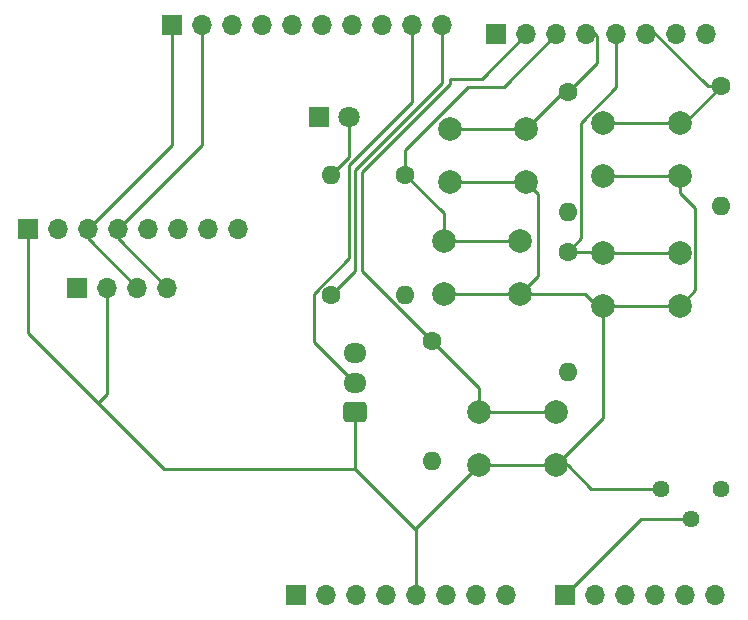
<source format=gbr>
%TF.GenerationSoftware,KiCad,Pcbnew,8.0.8*%
%TF.CreationDate,2025-02-03T16:01:42-07:00*%
%TF.ProjectId,MicroProcess_PhaseB_thermo_uno,4d696372-6f50-4726-9f63-6573735f5068,rev?*%
%TF.SameCoordinates,Original*%
%TF.FileFunction,Copper,L1,Top*%
%TF.FilePolarity,Positive*%
%FSLAX46Y46*%
G04 Gerber Fmt 4.6, Leading zero omitted, Abs format (unit mm)*
G04 Created by KiCad (PCBNEW 8.0.8) date 2025-02-03 16:01:42*
%MOMM*%
%LPD*%
G01*
G04 APERTURE LIST*
G04 Aperture macros list*
%AMRoundRect*
0 Rectangle with rounded corners*
0 $1 Rounding radius*
0 $2 $3 $4 $5 $6 $7 $8 $9 X,Y pos of 4 corners*
0 Add a 4 corners polygon primitive as box body*
4,1,4,$2,$3,$4,$5,$6,$7,$8,$9,$2,$3,0*
0 Add four circle primitives for the rounded corners*
1,1,$1+$1,$2,$3*
1,1,$1+$1,$4,$5*
1,1,$1+$1,$6,$7*
1,1,$1+$1,$8,$9*
0 Add four rect primitives between the rounded corners*
20,1,$1+$1,$2,$3,$4,$5,0*
20,1,$1+$1,$4,$5,$6,$7,0*
20,1,$1+$1,$6,$7,$8,$9,0*
20,1,$1+$1,$8,$9,$2,$3,0*%
G04 Aperture macros list end*
%TA.AperFunction,ComponentPad*%
%ADD10R,1.700000X1.700000*%
%TD*%
%TA.AperFunction,ComponentPad*%
%ADD11O,1.700000X1.700000*%
%TD*%
%TA.AperFunction,ComponentPad*%
%ADD12R,1.800000X1.800000*%
%TD*%
%TA.AperFunction,ComponentPad*%
%ADD13C,1.800000*%
%TD*%
%TA.AperFunction,ComponentPad*%
%ADD14RoundRect,0.250000X0.725000X-0.600000X0.725000X0.600000X-0.725000X0.600000X-0.725000X-0.600000X0*%
%TD*%
%TA.AperFunction,ComponentPad*%
%ADD15O,1.950000X1.700000*%
%TD*%
%TA.AperFunction,ComponentPad*%
%ADD16C,2.000000*%
%TD*%
%TA.AperFunction,ComponentPad*%
%ADD17C,1.600000*%
%TD*%
%TA.AperFunction,ComponentPad*%
%ADD18O,1.600000X1.600000*%
%TD*%
%TA.AperFunction,ComponentPad*%
%ADD19C,1.440000*%
%TD*%
%TA.AperFunction,Conductor*%
%ADD20C,0.250000*%
%TD*%
G04 APERTURE END LIST*
D10*
%TO.P,J1,1,Pin_1*%
%TO.N,unconnected-(J1-Pin_1-Pad1)*%
X128000000Y-97500000D03*
D11*
%TO.P,J1,2,Pin_2*%
%TO.N,/IOREF*%
X130540000Y-97500000D03*
%TO.P,J1,3,Pin_3*%
%TO.N,/~{RESET}*%
X133080000Y-97500000D03*
%TO.P,J1,4,Pin_4*%
%TO.N,+3V3*%
X135620000Y-97500000D03*
%TO.P,J1,5,Pin_5*%
%TO.N,+5V*%
X138160000Y-97500000D03*
%TO.P,J1,6,Pin_6*%
%TO.N,GND*%
X140700000Y-97500000D03*
%TO.P,J1,7,Pin_7*%
X143240000Y-97500000D03*
%TO.P,J1,8,Pin_8*%
%TO.N,VCC*%
X145780000Y-97500000D03*
%TD*%
D10*
%TO.P,J3,1,Pin_1*%
%TO.N,/A0*%
X150800000Y-97460000D03*
D11*
%TO.P,J3,2,Pin_2*%
%TO.N,/SCL*%
X153340000Y-97460000D03*
%TO.P,J3,3,Pin_3*%
%TO.N,/SDA*%
X155880000Y-97460000D03*
%TO.P,J3,4,Pin_4*%
%TO.N,/A3*%
X158420000Y-97460000D03*
%TO.P,J3,5,Pin_5*%
%TO.N,unconnected-(J3-Pin_5-Pad5)*%
X160960000Y-97460000D03*
%TO.P,J3,6,Pin_6*%
%TO.N,unconnected-(J3-Pin_6-Pad6)*%
X163500000Y-97460000D03*
%TD*%
D10*
%TO.P,J2,1,Pin_1*%
%TO.N,/I2C_SCL*%
X117500000Y-49200000D03*
D11*
%TO.P,J2,2,Pin_2*%
%TO.N,/I2C_SDA*%
X120040000Y-49200000D03*
%TO.P,J2,3,Pin_3*%
%TO.N,/AREF*%
X122580000Y-49200000D03*
%TO.P,J2,4,Pin_4*%
%TO.N,GND*%
X125120000Y-49200000D03*
%TO.P,J2,5,Pin_5*%
%TO.N,/13*%
X127660000Y-49200000D03*
%TO.P,J2,6,Pin_6*%
%TO.N,/12*%
X130200000Y-49200000D03*
%TO.P,J2,7,Pin_7*%
%TO.N,/\u002A11*%
X132740000Y-49200000D03*
%TO.P,J2,8,Pin_8*%
%TO.N,/\u002A10*%
X135280000Y-49200000D03*
%TO.P,J2,9,Pin_9*%
%TO.N,/\u002A9*%
X137820000Y-49200000D03*
%TO.P,J2,10,Pin_10*%
%TO.N,/8*%
X140360000Y-49200000D03*
%TD*%
D10*
%TO.P,J4,1,Pin_1*%
%TO.N,/7*%
X144960000Y-50000000D03*
D11*
%TO.P,J4,2,Pin_2*%
%TO.N,/\u002A6*%
X147500000Y-50000000D03*
%TO.P,J4,3,Pin_3*%
%TO.N,/\u002A5*%
X150040000Y-50000000D03*
%TO.P,J4,4,Pin_4*%
%TO.N,/4*%
X152580000Y-50000000D03*
%TO.P,J4,5,Pin_5*%
%TO.N,/\u002A3*%
X155120000Y-50000000D03*
%TO.P,J4,6,Pin_6*%
%TO.N,/2*%
X157660000Y-50000000D03*
%TO.P,J4,7,Pin_7*%
%TO.N,/TX{slash}1*%
X160200000Y-50000000D03*
%TO.P,J4,8,Pin_8*%
%TO.N,/RX{slash}0*%
X162740000Y-50000000D03*
%TD*%
D10*
%TO.P,J7,1,Pin_1*%
%TO.N,GND*%
X109500000Y-71500000D03*
D11*
%TO.P,J7,2,Pin_2*%
%TO.N,+5V*%
X112040000Y-71500000D03*
%TO.P,J7,3,Pin_3*%
%TO.N,/I2C_SCL*%
X114580000Y-71500000D03*
%TO.P,J7,4,Pin_4*%
%TO.N,/I2C_SDA*%
X117120000Y-71500000D03*
%TD*%
D12*
%TO.P,D1,1,K*%
%TO.N,GND*%
X129960000Y-57000000D03*
D13*
%TO.P,D1,2,A*%
%TO.N,Net-(D1-A)*%
X132500000Y-57000000D03*
%TD*%
D14*
%TO.P,J6,1,Pin_1*%
%TO.N,+5V*%
X132975000Y-82000000D03*
D15*
%TO.P,J6,2,Pin_2*%
%TO.N,/\u002A9*%
X132975000Y-79500000D03*
%TO.P,J6,3,Pin_3*%
%TO.N,GND*%
X132975000Y-77000000D03*
%TD*%
D16*
%TO.P,SW3,1,A*%
%TO.N,/\u002A5*%
X140500000Y-67500000D03*
X147000000Y-67500000D03*
%TO.P,SW3,2,B*%
%TO.N,+5V*%
X140500000Y-72000000D03*
X147000000Y-72000000D03*
%TD*%
D17*
%TO.P,R1,1*%
%TO.N,/2*%
X164000000Y-54420000D03*
D18*
%TO.P,R1,2*%
%TO.N,GND*%
X164000000Y-64580000D03*
%TD*%
D16*
%TO.P,SW5,1,A*%
%TO.N,/\u002A6*%
X143500000Y-82000000D03*
X150000000Y-82000000D03*
%TO.P,SW5,2,B*%
%TO.N,+5V*%
X143500000Y-86500000D03*
X150000000Y-86500000D03*
%TD*%
%TO.P,SW1,1,A*%
%TO.N,/2*%
X154000000Y-57500000D03*
X160500000Y-57500000D03*
%TO.P,SW1,2,B*%
%TO.N,+5V*%
X154000000Y-62000000D03*
X160500000Y-62000000D03*
%TD*%
%TO.P,SW2,1,A*%
%TO.N,/4*%
X141000000Y-58000000D03*
X147500000Y-58000000D03*
%TO.P,SW2,2,B*%
%TO.N,+5V*%
X141000000Y-62500000D03*
X147500000Y-62500000D03*
%TD*%
D17*
%TO.P,R3,1*%
%TO.N,/\u002A5*%
X137210000Y-61890000D03*
D18*
%TO.P,R3,2*%
%TO.N,GND*%
X137210000Y-72050000D03*
%TD*%
D17*
%TO.P,R4,1*%
%TO.N,/\u002A3*%
X151000000Y-68420000D03*
D18*
%TO.P,R4,2*%
%TO.N,GND*%
X151000000Y-78580000D03*
%TD*%
D10*
%TO.P,J5,1,Pin_1*%
%TO.N,+5V*%
X105300000Y-66500000D03*
D11*
%TO.P,J5,2,Pin_2*%
%TO.N,GND*%
X107840000Y-66500000D03*
%TO.P,J5,3,Pin_3*%
%TO.N,/I2C_SCL*%
X110380000Y-66500000D03*
%TO.P,J5,4,Pin_4*%
%TO.N,/I2C_SDA*%
X112920000Y-66500000D03*
%TO.P,J5,5,Pin_5*%
%TO.N,unconnected-(J5-Pin_5-Pad5)*%
X115460000Y-66500000D03*
%TO.P,J5,6,Pin_6*%
%TO.N,unconnected-(J5-Pin_6-Pad6)*%
X118000000Y-66500000D03*
%TO.P,J5,7,Pin_7*%
%TO.N,unconnected-(J5-Pin_7-Pad7)*%
X120540000Y-66500000D03*
%TO.P,J5,8,Pin_8*%
%TO.N,unconnected-(J5-Pin_8-Pad8)*%
X123080000Y-66500000D03*
%TD*%
D17*
%TO.P,R6,1*%
%TO.N,/8*%
X131000000Y-72080000D03*
D18*
%TO.P,R6,2*%
%TO.N,Net-(D1-A)*%
X131000000Y-61920000D03*
%TD*%
D19*
%TO.P,RV1,1,1*%
%TO.N,+5V*%
X158920000Y-88500000D03*
%TO.P,RV1,2,2*%
%TO.N,/A0*%
X161460000Y-91040000D03*
%TO.P,RV1,3,3*%
%TO.N,GND*%
X164000000Y-88500000D03*
%TD*%
D17*
%TO.P,R2,1*%
%TO.N,/4*%
X151000000Y-54920000D03*
D18*
%TO.P,R2,2*%
%TO.N,GND*%
X151000000Y-65080000D03*
%TD*%
D16*
%TO.P,SW4,1,A*%
%TO.N,/\u002A3*%
X154000000Y-68500000D03*
X160500000Y-68500000D03*
%TO.P,SW4,2,B*%
%TO.N,+5V*%
X154000000Y-73000000D03*
X160500000Y-73000000D03*
%TD*%
D17*
%TO.P,R5,1*%
%TO.N,/\u002A6*%
X139500000Y-76000000D03*
D18*
%TO.P,R5,2*%
%TO.N,GND*%
X139500000Y-86160000D03*
%TD*%
D20*
%TO.N,+5V*%
X153500000Y-73000000D02*
X152500000Y-72000000D01*
X161825000Y-71675000D02*
X160500000Y-73000000D01*
X154000000Y-62000000D02*
X160500000Y-62000000D01*
X161825000Y-64739213D02*
X161825000Y-71675000D01*
X117000000Y-86815000D02*
X116815000Y-86815000D01*
X138160000Y-92000000D02*
X133080000Y-86920000D01*
X154000000Y-73000000D02*
X153500000Y-73000000D01*
X138160000Y-92000000D02*
X138160000Y-97500000D01*
X138160000Y-91840000D02*
X138160000Y-92000000D01*
X132975000Y-86815000D02*
X132975000Y-82000000D01*
X105300000Y-75300000D02*
X105300000Y-66500000D01*
X147500000Y-62500000D02*
X141000000Y-62500000D01*
X143500000Y-86500000D02*
X150000000Y-86500000D01*
X111250000Y-81250000D02*
X105300000Y-75300000D01*
X112040000Y-80460000D02*
X111250000Y-81250000D01*
X150000000Y-86500000D02*
X151000000Y-86500000D01*
X147000000Y-72000000D02*
X140500000Y-72000000D01*
X160500000Y-62000000D02*
X160500000Y-63414213D01*
X153000000Y-88500000D02*
X158920000Y-88500000D01*
X154000000Y-82500000D02*
X150000000Y-86500000D01*
X154000000Y-73000000D02*
X154000000Y-82500000D01*
X160500000Y-63414213D02*
X161825000Y-64739213D01*
X116815000Y-86815000D02*
X111250000Y-81250000D01*
X143500000Y-86500000D02*
X138160000Y-91840000D01*
X154000000Y-73000000D02*
X160500000Y-73000000D01*
X148500000Y-63500000D02*
X148500000Y-70500000D01*
X132975000Y-86815000D02*
X117000000Y-86815000D01*
X112040000Y-71500000D02*
X112040000Y-80460000D01*
X151000000Y-86500000D02*
X153000000Y-88500000D01*
X147500000Y-62500000D02*
X148500000Y-63500000D01*
X148500000Y-70500000D02*
X147000000Y-72000000D01*
X133080000Y-86920000D02*
X132975000Y-86815000D01*
X152500000Y-72000000D02*
X147000000Y-72000000D01*
%TO.N,/A0*%
X157220000Y-91040000D02*
X150800000Y-97460000D01*
X161460000Y-91040000D02*
X157220000Y-91040000D01*
%TO.N,/I2C_SCL*%
X114580000Y-71500000D02*
X110380000Y-67300000D01*
X110380000Y-67300000D02*
X110380000Y-66500000D01*
X117500000Y-59380000D02*
X110380000Y-66500000D01*
X117500000Y-49200000D02*
X117500000Y-59380000D01*
%TO.N,/I2C_SDA*%
X117120000Y-71500000D02*
X112920000Y-67300000D01*
X112920000Y-67300000D02*
X112920000Y-66500000D01*
X120040000Y-49200000D02*
X120040000Y-59380000D01*
X120040000Y-59380000D02*
X112920000Y-66500000D01*
%TO.N,/8*%
X140360000Y-54140000D02*
X133000000Y-61500000D01*
X133000000Y-61500000D02*
X133000000Y-70080000D01*
X140360000Y-49200000D02*
X140360000Y-54140000D01*
X133000000Y-70080000D02*
X131000000Y-72080000D01*
%TO.N,/\u002A9*%
X137820000Y-55736396D02*
X132500000Y-61056396D01*
X132500000Y-61056396D02*
X132500000Y-68989009D01*
X129500000Y-76025000D02*
X132975000Y-79500000D01*
X129500000Y-71989009D02*
X129500000Y-76025000D01*
X132500000Y-68989009D02*
X129500000Y-71989009D01*
X137820000Y-49200000D02*
X137820000Y-55736396D01*
%TO.N,/4*%
X153500000Y-52420000D02*
X153500000Y-50120000D01*
X153500000Y-50120000D02*
X152580000Y-49200000D01*
X151000000Y-54920000D02*
X153500000Y-52420000D01*
X150580000Y-54920000D02*
X151000000Y-54920000D01*
X147500000Y-58000000D02*
X150580000Y-54920000D01*
X147500000Y-58000000D02*
X141000000Y-58000000D01*
%TO.N,/2*%
X162880000Y-54420000D02*
X157660000Y-49200000D01*
X164000000Y-54420000D02*
X162880000Y-54420000D01*
X160920000Y-57500000D02*
X160500000Y-57500000D01*
X164000000Y-54420000D02*
X160920000Y-57500000D01*
X160500000Y-57500000D02*
X154000000Y-57500000D01*
%TO.N,/\u002A6*%
X147500000Y-50000000D02*
X143730000Y-53770000D01*
X150000000Y-82000000D02*
X143500000Y-82000000D01*
X141020000Y-54260000D02*
X133590000Y-61690000D01*
X133590000Y-61690000D02*
X133590000Y-70090000D01*
X141020000Y-53770000D02*
X141020000Y-54260000D01*
X143500000Y-82000000D02*
X143500000Y-80000000D01*
X143500000Y-80000000D02*
X139500000Y-76000000D01*
X133590000Y-70090000D02*
X139500000Y-76000000D01*
X143730000Y-53770000D02*
X141020000Y-53770000D01*
%TO.N,/\u002A5*%
X150040000Y-50000000D02*
X145593604Y-54446396D01*
X145593604Y-54446396D02*
X142593604Y-54446396D01*
X142593604Y-54446396D02*
X137210000Y-59830000D01*
X140500000Y-65180000D02*
X137210000Y-61890000D01*
X137210000Y-59830000D02*
X137210000Y-61890000D01*
X140500000Y-67500000D02*
X140500000Y-65180000D01*
X147000000Y-67500000D02*
X140500000Y-67500000D01*
%TO.N,/\u002A3*%
X154000000Y-68500000D02*
X160500000Y-68500000D01*
X152125000Y-57501167D02*
X152125000Y-67295000D01*
X151000000Y-68420000D02*
X153920000Y-68420000D01*
X155120000Y-54506167D02*
X152125000Y-57501167D01*
X152125000Y-67295000D02*
X151000000Y-68420000D01*
X155120000Y-50000000D02*
X155120000Y-54506167D01*
X153920000Y-68420000D02*
X154000000Y-68500000D01*
%TO.N,Net-(D1-A)*%
X132500000Y-57000000D02*
X133000000Y-56500000D01*
X132500000Y-57000000D02*
X132500000Y-60420000D01*
X132500000Y-60420000D02*
X131000000Y-61920000D01*
%TD*%
M02*

</source>
